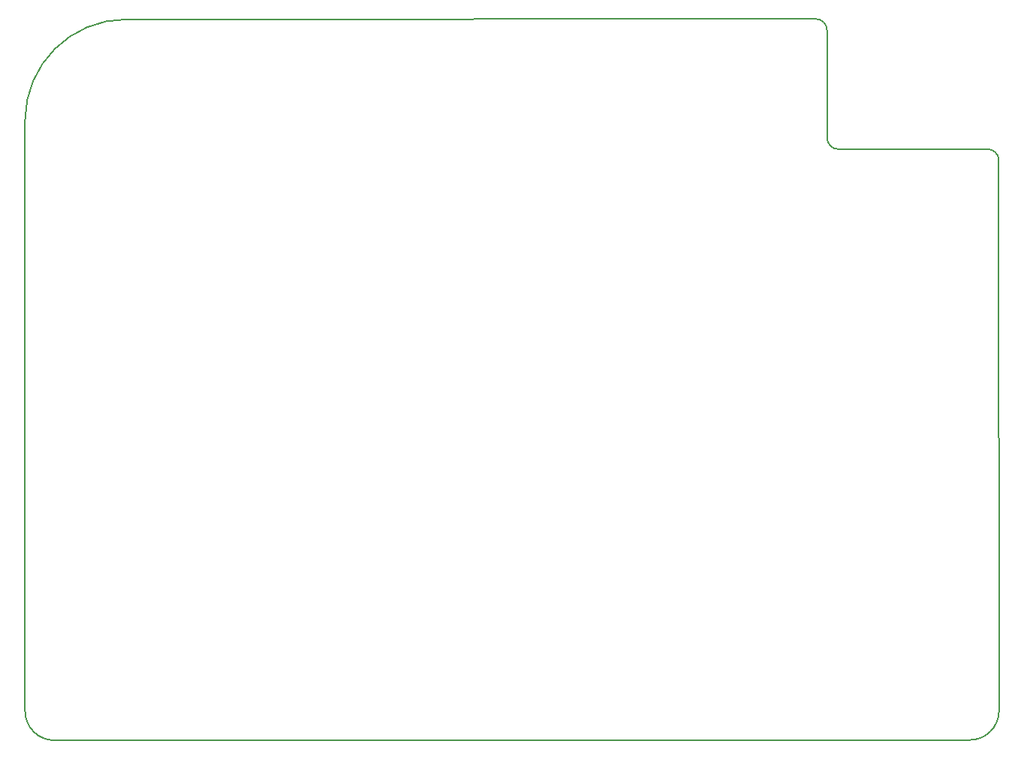
<source format=gm1>
G04 #@! TF.GenerationSoftware,KiCad,Pcbnew,(5.1.6-0-10_14)*
G04 #@! TF.CreationDate,2020-07-13T09:24:30+01:00*
G04 #@! TF.ProjectId,crabby,63726162-6279-42e6-9b69-6361645f7063,2.1*
G04 #@! TF.SameCoordinates,Original*
G04 #@! TF.FileFunction,Profile,NP*
%FSLAX46Y46*%
G04 Gerber Fmt 4.6, Leading zero omitted, Abs format (unit mm)*
G04 Created by KiCad (PCBNEW (5.1.6-0-10_14)) date 2020-07-13 09:24:30*
%MOMM*%
%LPD*%
G01*
G04 APERTURE LIST*
G04 #@! TA.AperFunction,Profile*
%ADD10C,0.150000*%
G04 #@! TD*
G04 APERTURE END LIST*
D10*
X126680000Y-31160000D02*
G75*
G02*
X125400000Y-29890039I-10000J1269961D01*
G01*
X125400000Y-17730000D02*
X125400000Y-29890039D01*
X124150000Y-16470000D02*
G75*
G02*
X125400000Y-17730040I0J-1250040D01*
G01*
X38359983Y-97898485D02*
G75*
G02*
X34960000Y-94600000I-99983J3298485D01*
G01*
X144799985Y-94580000D02*
G75*
G02*
X141398485Y-97870000I-3301500J10000D01*
G01*
X143510000Y-31160000D02*
G75*
G02*
X144780000Y-32430000I0J-1270000D01*
G01*
X34960000Y-27940000D02*
G75*
G02*
X46390000Y-16510000I11430000J0D01*
G01*
X143510000Y-31160000D02*
X126680000Y-31160000D01*
X34960000Y-27940000D02*
X34960000Y-94600000D01*
X38359983Y-97898485D02*
X141400000Y-97870000D01*
X144780000Y-32430000D02*
X144799985Y-94580000D01*
X124150000Y-16470000D02*
X46390000Y-16510000D01*
M02*

</source>
